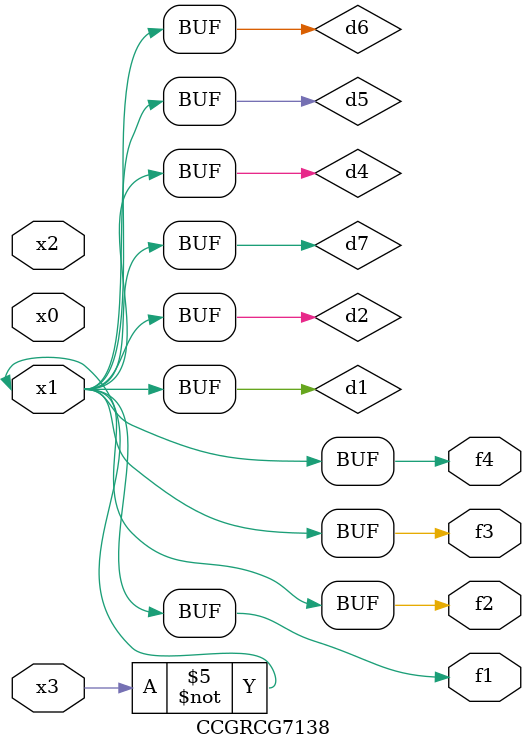
<source format=v>
module CCGRCG7138(
	input x0, x1, x2, x3,
	output f1, f2, f3, f4
);

	wire d1, d2, d3, d4, d5, d6, d7;

	not (d1, x3);
	buf (d2, x1);
	xnor (d3, d1, d2);
	nor (d4, d1);
	buf (d5, d1, d2);
	buf (d6, d4, d5);
	nand (d7, d4);
	assign f1 = d6;
	assign f2 = d7;
	assign f3 = d6;
	assign f4 = d6;
endmodule

</source>
